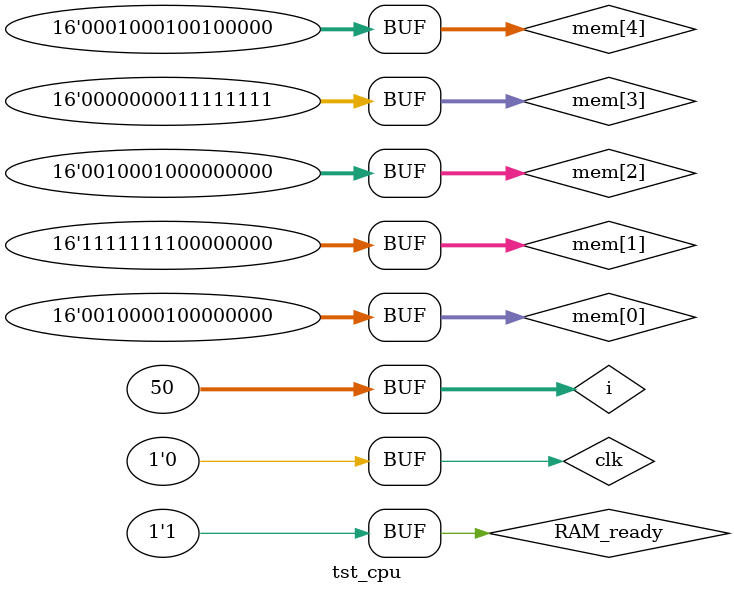
<source format=v>
module tst_cpu;

    wire [15 : 0] mem [50 : 0];
    
    assign mem [0] = 16'h2100; //mov R1, 
    assign mem [1] = 16'hFF00; //        FF00
    
    assign mem [2] = 16'h2200; //mov R2, 
    assign mem [3] = 16'h00FF; //        00FF
                                 
    assign mem [4] = 16'h1120; //add R1, R2   
                                 
	reg clk;
	wire [15:0] data;
	reg RAM_ready;

	wire [15:0] addr;

    assign data = mem[addr];

	cpu uut (
		.clk(clk), 
		.data(data), 
		.RAM_ready(RAM_ready), 
		.addr(addr)
	);

integer i = 0;

	initial begin
		// Initialize Inputs
		clk = 0;
		RAM_ready = 1;

		// Wait 100 ns for global reset to finish
		#100;
        
		for (i = 0; i < 50; i = i + 1)
            begin
            
            clk = 1; #5;
            clk = 0; #5;
            
            end

	end
      
endmodule


</source>
